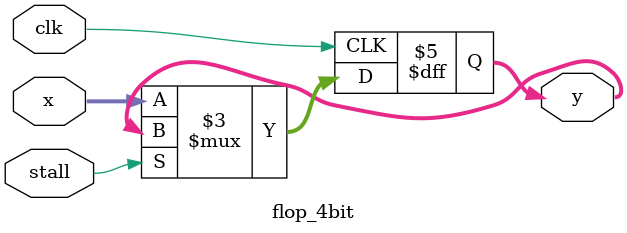
<source format=v>
module flop_4bit(stall, x, y,clk);
input stall,clk;
input [3:0] x;
output reg [3:0]y;

always @(posedge clk)begin
if(stall)
y<=y;
else
y<=x;

end
endmodule

</source>
